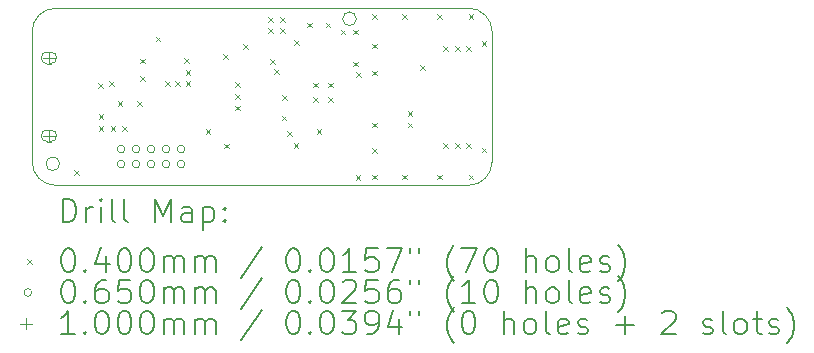
<source format=gbr>
%TF.GenerationSoftware,KiCad,Pcbnew,8.0.4*%
%TF.CreationDate,2025-01-12T18:10:02+03:00*%
%TF.ProjectId,STM32+RF+USB,53544d33-322b-4524-962b-5553422e6b69,rev?*%
%TF.SameCoordinates,Original*%
%TF.FileFunction,Drillmap*%
%TF.FilePolarity,Positive*%
%FSLAX45Y45*%
G04 Gerber Fmt 4.5, Leading zero omitted, Abs format (unit mm)*
G04 Created by KiCad (PCBNEW 8.0.4) date 2025-01-12 18:10:02*
%MOMM*%
%LPD*%
G01*
G04 APERTURE LIST*
%ADD10C,0.050000*%
%ADD11C,0.200000*%
%ADD12C,0.100000*%
G04 APERTURE END LIST*
D10*
X18155000Y-4475000D02*
G75*
G02*
X18355000Y-4675000I0J-200000D01*
G01*
X18355000Y-4935000D02*
X18355000Y-4675000D01*
X14660000Y-5975000D02*
X15175000Y-5975000D01*
X18355000Y-5225000D02*
X18355000Y-4935000D01*
X14460000Y-4735000D02*
X14460000Y-4675000D01*
X14460000Y-4675000D02*
G75*
G02*
X14660000Y-4475000I200000J0D01*
G01*
X17165000Y-5975000D02*
X18155000Y-5975000D01*
X18120000Y-4475000D02*
X18155000Y-4475000D01*
X14692600Y-5792600D02*
G75*
G02*
X14577400Y-5792600I-57600J0D01*
G01*
X14577400Y-5792600D02*
G75*
G02*
X14692600Y-5792600I57600J0D01*
G01*
X17205000Y-4565000D02*
G75*
G02*
X17089800Y-4565000I-57600J0D01*
G01*
X17089800Y-4565000D02*
G75*
G02*
X17205000Y-4565000I57600J0D01*
G01*
X15715000Y-5975000D02*
X16625000Y-5975000D01*
X16625000Y-5975000D02*
X17165000Y-5975000D01*
X15175000Y-5975000D02*
X15715000Y-5975000D01*
X16085000Y-4475000D02*
X16540000Y-4475000D01*
X14660000Y-5975000D02*
G75*
G02*
X14460000Y-5775000I0J200000D01*
G01*
X16540000Y-4475000D02*
X18120000Y-4475000D01*
X18355000Y-5775000D02*
G75*
G02*
X18155000Y-5975000I-200000J0D01*
G01*
X14460000Y-5525000D02*
X14460000Y-4735000D01*
X18355000Y-5225000D02*
X18355000Y-5775000D01*
X16085000Y-4475000D02*
X14660000Y-4475000D01*
X14460000Y-5525000D02*
X14460000Y-5775000D01*
D11*
D12*
X14818000Y-5846000D02*
X14858000Y-5886000D01*
X14858000Y-5846000D02*
X14818000Y-5886000D01*
X15020000Y-5110000D02*
X15060000Y-5150000D01*
X15060000Y-5110000D02*
X15020000Y-5150000D01*
X15022500Y-5375000D02*
X15062500Y-5415000D01*
X15062500Y-5375000D02*
X15022500Y-5415000D01*
X15022500Y-5475000D02*
X15062500Y-5515000D01*
X15062500Y-5475000D02*
X15022500Y-5515000D01*
X15115000Y-5090000D02*
X15155000Y-5130000D01*
X15155000Y-5090000D02*
X15115000Y-5130000D01*
X15125000Y-5475000D02*
X15165000Y-5515000D01*
X15165000Y-5475000D02*
X15125000Y-5515000D01*
X15185000Y-5265000D02*
X15225000Y-5305000D01*
X15225000Y-5265000D02*
X15185000Y-5305000D01*
X15225000Y-5475000D02*
X15265000Y-5515000D01*
X15265000Y-5475000D02*
X15225000Y-5515000D01*
X15350000Y-5265000D02*
X15390000Y-5305000D01*
X15390000Y-5265000D02*
X15350000Y-5305000D01*
X15375000Y-4902500D02*
X15415000Y-4942500D01*
X15415000Y-4902500D02*
X15375000Y-4942500D01*
X15375000Y-5052500D02*
X15415000Y-5092500D01*
X15415000Y-5052500D02*
X15375000Y-5092500D01*
X15505000Y-4715000D02*
X15545000Y-4755000D01*
X15545000Y-4715000D02*
X15505000Y-4755000D01*
X15585000Y-5090000D02*
X15625000Y-5130000D01*
X15625000Y-5090000D02*
X15585000Y-5130000D01*
X15672500Y-5090000D02*
X15712500Y-5130000D01*
X15712500Y-5090000D02*
X15672500Y-5130000D01*
X15750000Y-4897500D02*
X15790000Y-4937500D01*
X15790000Y-4897500D02*
X15750000Y-4937500D01*
X15760000Y-5002500D02*
X15800000Y-5042500D01*
X15800000Y-5002500D02*
X15760000Y-5042500D01*
X15760000Y-5090000D02*
X15800000Y-5130000D01*
X15800000Y-5090000D02*
X15760000Y-5130000D01*
X15930500Y-5501500D02*
X15970500Y-5541500D01*
X15970500Y-5501500D02*
X15930500Y-5541500D01*
X16079000Y-4863000D02*
X16119000Y-4903000D01*
X16119000Y-4863000D02*
X16079000Y-4903000D01*
X16084000Y-5623000D02*
X16124000Y-5663000D01*
X16124000Y-5623000D02*
X16084000Y-5663000D01*
X16179000Y-5100500D02*
X16219000Y-5140500D01*
X16219000Y-5100500D02*
X16179000Y-5140500D01*
X16179000Y-5300500D02*
X16219000Y-5340500D01*
X16219000Y-5300500D02*
X16179000Y-5340500D01*
X16181500Y-5200500D02*
X16221500Y-5240500D01*
X16221500Y-5200500D02*
X16181500Y-5240500D01*
X16245627Y-4781298D02*
X16285627Y-4821298D01*
X16285627Y-4781298D02*
X16245627Y-4821298D01*
X16456500Y-4553000D02*
X16496500Y-4593000D01*
X16496500Y-4553000D02*
X16456500Y-4593000D01*
X16456500Y-4645500D02*
X16496500Y-4685500D01*
X16496500Y-4645500D02*
X16456500Y-4685500D01*
X16476500Y-4905500D02*
X16516500Y-4945500D01*
X16516500Y-4905500D02*
X16476500Y-4945500D01*
X16509000Y-4990500D02*
X16549000Y-5030500D01*
X16549000Y-4990500D02*
X16509000Y-5030500D01*
X16559000Y-4553000D02*
X16599000Y-4593000D01*
X16599000Y-4553000D02*
X16559000Y-4593000D01*
X16559000Y-4645500D02*
X16599000Y-4685500D01*
X16599000Y-4645500D02*
X16559000Y-4685500D01*
X16573000Y-5384000D02*
X16613000Y-5424000D01*
X16613000Y-5384000D02*
X16573000Y-5424000D01*
X16574991Y-5210502D02*
X16614991Y-5250502D01*
X16614991Y-5210502D02*
X16574991Y-5250502D01*
X16622000Y-5517000D02*
X16662000Y-5557000D01*
X16662000Y-5517000D02*
X16622000Y-5557000D01*
X16675000Y-5615000D02*
X16715000Y-5655000D01*
X16715000Y-5615000D02*
X16675000Y-5655000D01*
X16677000Y-4747000D02*
X16717000Y-4787000D01*
X16717000Y-4747000D02*
X16677000Y-4787000D01*
X16790000Y-4597500D02*
X16830000Y-4637500D01*
X16830000Y-4597500D02*
X16790000Y-4637500D01*
X16840000Y-5105000D02*
X16880000Y-5145000D01*
X16880000Y-5105000D02*
X16840000Y-5145000D01*
X16840000Y-5230000D02*
X16880000Y-5270000D01*
X16880000Y-5230000D02*
X16840000Y-5270000D01*
X16870000Y-5500000D02*
X16910000Y-5540000D01*
X16910000Y-5500000D02*
X16870000Y-5540000D01*
X16945000Y-4597500D02*
X16985000Y-4637500D01*
X16985000Y-4597500D02*
X16945000Y-4637500D01*
X16965000Y-5105000D02*
X17005000Y-5145000D01*
X17005000Y-5105000D02*
X16965000Y-5145000D01*
X16965000Y-5230000D02*
X17005000Y-5270000D01*
X17005000Y-5230000D02*
X16965000Y-5270000D01*
X17072500Y-4657500D02*
X17112500Y-4697500D01*
X17112500Y-4657500D02*
X17072500Y-4697500D01*
X17177500Y-4657500D02*
X17217500Y-4697500D01*
X17217500Y-4657500D02*
X17177500Y-4697500D01*
X17180000Y-4927500D02*
X17220000Y-4967500D01*
X17220000Y-4927500D02*
X17180000Y-4967500D01*
X17200000Y-5890000D02*
X17240000Y-5930000D01*
X17240000Y-5890000D02*
X17200000Y-5930000D01*
X17205000Y-5015000D02*
X17245000Y-5055000D01*
X17245000Y-5015000D02*
X17205000Y-5055000D01*
X17340000Y-4525000D02*
X17380000Y-4565000D01*
X17380000Y-4525000D02*
X17340000Y-4565000D01*
X17340000Y-4775000D02*
X17380000Y-4815000D01*
X17380000Y-4775000D02*
X17340000Y-4815000D01*
X17340000Y-5005000D02*
X17380000Y-5045000D01*
X17380000Y-5005000D02*
X17340000Y-5045000D01*
X17340000Y-5445000D02*
X17380000Y-5485000D01*
X17380000Y-5445000D02*
X17340000Y-5485000D01*
X17340000Y-5662500D02*
X17380000Y-5702500D01*
X17380000Y-5662500D02*
X17340000Y-5702500D01*
X17340000Y-5885000D02*
X17380000Y-5925000D01*
X17380000Y-5885000D02*
X17340000Y-5925000D01*
X17590000Y-4525000D02*
X17630000Y-4565000D01*
X17630000Y-4525000D02*
X17590000Y-4565000D01*
X17590000Y-5885000D02*
X17630000Y-5925000D01*
X17630000Y-5885000D02*
X17590000Y-5925000D01*
X17640000Y-5345000D02*
X17680000Y-5385000D01*
X17680000Y-5345000D02*
X17640000Y-5385000D01*
X17640000Y-5445000D02*
X17680000Y-5485000D01*
X17680000Y-5445000D02*
X17640000Y-5485000D01*
X17745000Y-4957500D02*
X17785000Y-4997500D01*
X17785000Y-4957500D02*
X17745000Y-4997500D01*
X17890000Y-4525000D02*
X17930000Y-4565000D01*
X17930000Y-4525000D02*
X17890000Y-4565000D01*
X17890000Y-5885000D02*
X17930000Y-5925000D01*
X17930000Y-5885000D02*
X17890000Y-5925000D01*
X17940000Y-4795000D02*
X17980000Y-4835000D01*
X17980000Y-4795000D02*
X17940000Y-4835000D01*
X17940000Y-5615000D02*
X17980000Y-5655000D01*
X17980000Y-5615000D02*
X17940000Y-5655000D01*
X18040000Y-4795000D02*
X18080000Y-4835000D01*
X18080000Y-4795000D02*
X18040000Y-4835000D01*
X18040000Y-5615000D02*
X18080000Y-5655000D01*
X18080000Y-5615000D02*
X18040000Y-5655000D01*
X18135000Y-4795000D02*
X18175000Y-4835000D01*
X18175000Y-4795000D02*
X18135000Y-4835000D01*
X18135000Y-5615000D02*
X18175000Y-5655000D01*
X18175000Y-5615000D02*
X18135000Y-5655000D01*
X18155000Y-4525000D02*
X18195000Y-4565000D01*
X18195000Y-4525000D02*
X18155000Y-4565000D01*
X18155000Y-5885000D02*
X18195000Y-5925000D01*
X18195000Y-5885000D02*
X18155000Y-5925000D01*
X18265000Y-4755000D02*
X18305000Y-4795000D01*
X18305000Y-4755000D02*
X18265000Y-4795000D01*
X18265000Y-5655000D02*
X18305000Y-5695000D01*
X18305000Y-5655000D02*
X18265000Y-5695000D01*
X15246500Y-5668000D02*
G75*
G02*
X15181500Y-5668000I-32500J0D01*
G01*
X15181500Y-5668000D02*
G75*
G02*
X15246500Y-5668000I32500J0D01*
G01*
X15246500Y-5795000D02*
G75*
G02*
X15181500Y-5795000I-32500J0D01*
G01*
X15181500Y-5795000D02*
G75*
G02*
X15246500Y-5795000I32500J0D01*
G01*
X15373500Y-5668000D02*
G75*
G02*
X15308500Y-5668000I-32500J0D01*
G01*
X15308500Y-5668000D02*
G75*
G02*
X15373500Y-5668000I32500J0D01*
G01*
X15373500Y-5795000D02*
G75*
G02*
X15308500Y-5795000I-32500J0D01*
G01*
X15308500Y-5795000D02*
G75*
G02*
X15373500Y-5795000I32500J0D01*
G01*
X15500500Y-5668000D02*
G75*
G02*
X15435500Y-5668000I-32500J0D01*
G01*
X15435500Y-5668000D02*
G75*
G02*
X15500500Y-5668000I32500J0D01*
G01*
X15500500Y-5795000D02*
G75*
G02*
X15435500Y-5795000I-32500J0D01*
G01*
X15435500Y-5795000D02*
G75*
G02*
X15500500Y-5795000I32500J0D01*
G01*
X15627500Y-5668000D02*
G75*
G02*
X15562500Y-5668000I-32500J0D01*
G01*
X15562500Y-5668000D02*
G75*
G02*
X15627500Y-5668000I32500J0D01*
G01*
X15627500Y-5795000D02*
G75*
G02*
X15562500Y-5795000I-32500J0D01*
G01*
X15562500Y-5795000D02*
G75*
G02*
X15627500Y-5795000I32500J0D01*
G01*
X15754500Y-5668000D02*
G75*
G02*
X15689500Y-5668000I-32500J0D01*
G01*
X15689500Y-5668000D02*
G75*
G02*
X15754500Y-5668000I32500J0D01*
G01*
X15754500Y-5795000D02*
G75*
G02*
X15689500Y-5795000I-32500J0D01*
G01*
X15689500Y-5795000D02*
G75*
G02*
X15754500Y-5795000I32500J0D01*
G01*
X14602500Y-4845000D02*
X14602500Y-4945000D01*
X14552500Y-4895000D02*
X14652500Y-4895000D01*
X14587500Y-4945000D02*
X14617500Y-4945000D01*
X14617500Y-4845000D02*
G75*
G02*
X14617500Y-4945000I0J-50000D01*
G01*
X14617500Y-4845000D02*
X14587500Y-4845000D01*
X14587500Y-4845000D02*
G75*
G03*
X14587500Y-4945000I0J-50000D01*
G01*
X14602500Y-5505000D02*
X14602500Y-5605000D01*
X14552500Y-5555000D02*
X14652500Y-5555000D01*
X14587500Y-5605000D02*
X14617500Y-5605000D01*
X14617500Y-5505000D02*
G75*
G02*
X14617500Y-5605000I0J-50000D01*
G01*
X14617500Y-5505000D02*
X14587500Y-5505000D01*
X14587500Y-5505000D02*
G75*
G03*
X14587500Y-5605000I0J-50000D01*
G01*
D11*
X14718277Y-6288984D02*
X14718277Y-6088984D01*
X14718277Y-6088984D02*
X14765896Y-6088984D01*
X14765896Y-6088984D02*
X14794467Y-6098508D01*
X14794467Y-6098508D02*
X14813515Y-6117555D01*
X14813515Y-6117555D02*
X14823039Y-6136603D01*
X14823039Y-6136603D02*
X14832562Y-6174698D01*
X14832562Y-6174698D02*
X14832562Y-6203269D01*
X14832562Y-6203269D02*
X14823039Y-6241365D01*
X14823039Y-6241365D02*
X14813515Y-6260412D01*
X14813515Y-6260412D02*
X14794467Y-6279460D01*
X14794467Y-6279460D02*
X14765896Y-6288984D01*
X14765896Y-6288984D02*
X14718277Y-6288984D01*
X14918277Y-6288984D02*
X14918277Y-6155650D01*
X14918277Y-6193746D02*
X14927801Y-6174698D01*
X14927801Y-6174698D02*
X14937324Y-6165174D01*
X14937324Y-6165174D02*
X14956372Y-6155650D01*
X14956372Y-6155650D02*
X14975420Y-6155650D01*
X15042086Y-6288984D02*
X15042086Y-6155650D01*
X15042086Y-6088984D02*
X15032562Y-6098508D01*
X15032562Y-6098508D02*
X15042086Y-6108031D01*
X15042086Y-6108031D02*
X15051610Y-6098508D01*
X15051610Y-6098508D02*
X15042086Y-6088984D01*
X15042086Y-6088984D02*
X15042086Y-6108031D01*
X15165896Y-6288984D02*
X15146848Y-6279460D01*
X15146848Y-6279460D02*
X15137324Y-6260412D01*
X15137324Y-6260412D02*
X15137324Y-6088984D01*
X15270658Y-6288984D02*
X15251610Y-6279460D01*
X15251610Y-6279460D02*
X15242086Y-6260412D01*
X15242086Y-6260412D02*
X15242086Y-6088984D01*
X15499229Y-6288984D02*
X15499229Y-6088984D01*
X15499229Y-6088984D02*
X15565896Y-6231841D01*
X15565896Y-6231841D02*
X15632562Y-6088984D01*
X15632562Y-6088984D02*
X15632562Y-6288984D01*
X15813515Y-6288984D02*
X15813515Y-6184222D01*
X15813515Y-6184222D02*
X15803991Y-6165174D01*
X15803991Y-6165174D02*
X15784943Y-6155650D01*
X15784943Y-6155650D02*
X15746848Y-6155650D01*
X15746848Y-6155650D02*
X15727801Y-6165174D01*
X15813515Y-6279460D02*
X15794467Y-6288984D01*
X15794467Y-6288984D02*
X15746848Y-6288984D01*
X15746848Y-6288984D02*
X15727801Y-6279460D01*
X15727801Y-6279460D02*
X15718277Y-6260412D01*
X15718277Y-6260412D02*
X15718277Y-6241365D01*
X15718277Y-6241365D02*
X15727801Y-6222317D01*
X15727801Y-6222317D02*
X15746848Y-6212793D01*
X15746848Y-6212793D02*
X15794467Y-6212793D01*
X15794467Y-6212793D02*
X15813515Y-6203269D01*
X15908753Y-6155650D02*
X15908753Y-6355650D01*
X15908753Y-6165174D02*
X15927801Y-6155650D01*
X15927801Y-6155650D02*
X15965896Y-6155650D01*
X15965896Y-6155650D02*
X15984943Y-6165174D01*
X15984943Y-6165174D02*
X15994467Y-6174698D01*
X15994467Y-6174698D02*
X16003991Y-6193746D01*
X16003991Y-6193746D02*
X16003991Y-6250888D01*
X16003991Y-6250888D02*
X15994467Y-6269936D01*
X15994467Y-6269936D02*
X15984943Y-6279460D01*
X15984943Y-6279460D02*
X15965896Y-6288984D01*
X15965896Y-6288984D02*
X15927801Y-6288984D01*
X15927801Y-6288984D02*
X15908753Y-6279460D01*
X16089705Y-6269936D02*
X16099229Y-6279460D01*
X16099229Y-6279460D02*
X16089705Y-6288984D01*
X16089705Y-6288984D02*
X16080182Y-6279460D01*
X16080182Y-6279460D02*
X16089705Y-6269936D01*
X16089705Y-6269936D02*
X16089705Y-6288984D01*
X16089705Y-6165174D02*
X16099229Y-6174698D01*
X16099229Y-6174698D02*
X16089705Y-6184222D01*
X16089705Y-6184222D02*
X16080182Y-6174698D01*
X16080182Y-6174698D02*
X16089705Y-6165174D01*
X16089705Y-6165174D02*
X16089705Y-6184222D01*
D12*
X14417500Y-6597500D02*
X14457500Y-6637500D01*
X14457500Y-6597500D02*
X14417500Y-6637500D01*
D11*
X14756372Y-6508984D02*
X14775420Y-6508984D01*
X14775420Y-6508984D02*
X14794467Y-6518508D01*
X14794467Y-6518508D02*
X14803991Y-6528031D01*
X14803991Y-6528031D02*
X14813515Y-6547079D01*
X14813515Y-6547079D02*
X14823039Y-6585174D01*
X14823039Y-6585174D02*
X14823039Y-6632793D01*
X14823039Y-6632793D02*
X14813515Y-6670888D01*
X14813515Y-6670888D02*
X14803991Y-6689936D01*
X14803991Y-6689936D02*
X14794467Y-6699460D01*
X14794467Y-6699460D02*
X14775420Y-6708984D01*
X14775420Y-6708984D02*
X14756372Y-6708984D01*
X14756372Y-6708984D02*
X14737324Y-6699460D01*
X14737324Y-6699460D02*
X14727801Y-6689936D01*
X14727801Y-6689936D02*
X14718277Y-6670888D01*
X14718277Y-6670888D02*
X14708753Y-6632793D01*
X14708753Y-6632793D02*
X14708753Y-6585174D01*
X14708753Y-6585174D02*
X14718277Y-6547079D01*
X14718277Y-6547079D02*
X14727801Y-6528031D01*
X14727801Y-6528031D02*
X14737324Y-6518508D01*
X14737324Y-6518508D02*
X14756372Y-6508984D01*
X14908753Y-6689936D02*
X14918277Y-6699460D01*
X14918277Y-6699460D02*
X14908753Y-6708984D01*
X14908753Y-6708984D02*
X14899229Y-6699460D01*
X14899229Y-6699460D02*
X14908753Y-6689936D01*
X14908753Y-6689936D02*
X14908753Y-6708984D01*
X15089705Y-6575650D02*
X15089705Y-6708984D01*
X15042086Y-6499460D02*
X14994467Y-6642317D01*
X14994467Y-6642317D02*
X15118277Y-6642317D01*
X15232562Y-6508984D02*
X15251610Y-6508984D01*
X15251610Y-6508984D02*
X15270658Y-6518508D01*
X15270658Y-6518508D02*
X15280182Y-6528031D01*
X15280182Y-6528031D02*
X15289705Y-6547079D01*
X15289705Y-6547079D02*
X15299229Y-6585174D01*
X15299229Y-6585174D02*
X15299229Y-6632793D01*
X15299229Y-6632793D02*
X15289705Y-6670888D01*
X15289705Y-6670888D02*
X15280182Y-6689936D01*
X15280182Y-6689936D02*
X15270658Y-6699460D01*
X15270658Y-6699460D02*
X15251610Y-6708984D01*
X15251610Y-6708984D02*
X15232562Y-6708984D01*
X15232562Y-6708984D02*
X15213515Y-6699460D01*
X15213515Y-6699460D02*
X15203991Y-6689936D01*
X15203991Y-6689936D02*
X15194467Y-6670888D01*
X15194467Y-6670888D02*
X15184943Y-6632793D01*
X15184943Y-6632793D02*
X15184943Y-6585174D01*
X15184943Y-6585174D02*
X15194467Y-6547079D01*
X15194467Y-6547079D02*
X15203991Y-6528031D01*
X15203991Y-6528031D02*
X15213515Y-6518508D01*
X15213515Y-6518508D02*
X15232562Y-6508984D01*
X15423039Y-6508984D02*
X15442086Y-6508984D01*
X15442086Y-6508984D02*
X15461134Y-6518508D01*
X15461134Y-6518508D02*
X15470658Y-6528031D01*
X15470658Y-6528031D02*
X15480182Y-6547079D01*
X15480182Y-6547079D02*
X15489705Y-6585174D01*
X15489705Y-6585174D02*
X15489705Y-6632793D01*
X15489705Y-6632793D02*
X15480182Y-6670888D01*
X15480182Y-6670888D02*
X15470658Y-6689936D01*
X15470658Y-6689936D02*
X15461134Y-6699460D01*
X15461134Y-6699460D02*
X15442086Y-6708984D01*
X15442086Y-6708984D02*
X15423039Y-6708984D01*
X15423039Y-6708984D02*
X15403991Y-6699460D01*
X15403991Y-6699460D02*
X15394467Y-6689936D01*
X15394467Y-6689936D02*
X15384943Y-6670888D01*
X15384943Y-6670888D02*
X15375420Y-6632793D01*
X15375420Y-6632793D02*
X15375420Y-6585174D01*
X15375420Y-6585174D02*
X15384943Y-6547079D01*
X15384943Y-6547079D02*
X15394467Y-6528031D01*
X15394467Y-6528031D02*
X15403991Y-6518508D01*
X15403991Y-6518508D02*
X15423039Y-6508984D01*
X15575420Y-6708984D02*
X15575420Y-6575650D01*
X15575420Y-6594698D02*
X15584943Y-6585174D01*
X15584943Y-6585174D02*
X15603991Y-6575650D01*
X15603991Y-6575650D02*
X15632563Y-6575650D01*
X15632563Y-6575650D02*
X15651610Y-6585174D01*
X15651610Y-6585174D02*
X15661134Y-6604222D01*
X15661134Y-6604222D02*
X15661134Y-6708984D01*
X15661134Y-6604222D02*
X15670658Y-6585174D01*
X15670658Y-6585174D02*
X15689705Y-6575650D01*
X15689705Y-6575650D02*
X15718277Y-6575650D01*
X15718277Y-6575650D02*
X15737324Y-6585174D01*
X15737324Y-6585174D02*
X15746848Y-6604222D01*
X15746848Y-6604222D02*
X15746848Y-6708984D01*
X15842086Y-6708984D02*
X15842086Y-6575650D01*
X15842086Y-6594698D02*
X15851610Y-6585174D01*
X15851610Y-6585174D02*
X15870658Y-6575650D01*
X15870658Y-6575650D02*
X15899229Y-6575650D01*
X15899229Y-6575650D02*
X15918277Y-6585174D01*
X15918277Y-6585174D02*
X15927801Y-6604222D01*
X15927801Y-6604222D02*
X15927801Y-6708984D01*
X15927801Y-6604222D02*
X15937324Y-6585174D01*
X15937324Y-6585174D02*
X15956372Y-6575650D01*
X15956372Y-6575650D02*
X15984943Y-6575650D01*
X15984943Y-6575650D02*
X16003991Y-6585174D01*
X16003991Y-6585174D02*
X16013515Y-6604222D01*
X16013515Y-6604222D02*
X16013515Y-6708984D01*
X16403991Y-6499460D02*
X16232563Y-6756603D01*
X16661134Y-6508984D02*
X16680182Y-6508984D01*
X16680182Y-6508984D02*
X16699229Y-6518508D01*
X16699229Y-6518508D02*
X16708753Y-6528031D01*
X16708753Y-6528031D02*
X16718277Y-6547079D01*
X16718277Y-6547079D02*
X16727801Y-6585174D01*
X16727801Y-6585174D02*
X16727801Y-6632793D01*
X16727801Y-6632793D02*
X16718277Y-6670888D01*
X16718277Y-6670888D02*
X16708753Y-6689936D01*
X16708753Y-6689936D02*
X16699229Y-6699460D01*
X16699229Y-6699460D02*
X16680182Y-6708984D01*
X16680182Y-6708984D02*
X16661134Y-6708984D01*
X16661134Y-6708984D02*
X16642086Y-6699460D01*
X16642086Y-6699460D02*
X16632563Y-6689936D01*
X16632563Y-6689936D02*
X16623039Y-6670888D01*
X16623039Y-6670888D02*
X16613515Y-6632793D01*
X16613515Y-6632793D02*
X16613515Y-6585174D01*
X16613515Y-6585174D02*
X16623039Y-6547079D01*
X16623039Y-6547079D02*
X16632563Y-6528031D01*
X16632563Y-6528031D02*
X16642086Y-6518508D01*
X16642086Y-6518508D02*
X16661134Y-6508984D01*
X16813515Y-6689936D02*
X16823039Y-6699460D01*
X16823039Y-6699460D02*
X16813515Y-6708984D01*
X16813515Y-6708984D02*
X16803991Y-6699460D01*
X16803991Y-6699460D02*
X16813515Y-6689936D01*
X16813515Y-6689936D02*
X16813515Y-6708984D01*
X16946848Y-6508984D02*
X16965896Y-6508984D01*
X16965896Y-6508984D02*
X16984944Y-6518508D01*
X16984944Y-6518508D02*
X16994468Y-6528031D01*
X16994468Y-6528031D02*
X17003991Y-6547079D01*
X17003991Y-6547079D02*
X17013515Y-6585174D01*
X17013515Y-6585174D02*
X17013515Y-6632793D01*
X17013515Y-6632793D02*
X17003991Y-6670888D01*
X17003991Y-6670888D02*
X16994468Y-6689936D01*
X16994468Y-6689936D02*
X16984944Y-6699460D01*
X16984944Y-6699460D02*
X16965896Y-6708984D01*
X16965896Y-6708984D02*
X16946848Y-6708984D01*
X16946848Y-6708984D02*
X16927801Y-6699460D01*
X16927801Y-6699460D02*
X16918277Y-6689936D01*
X16918277Y-6689936D02*
X16908753Y-6670888D01*
X16908753Y-6670888D02*
X16899229Y-6632793D01*
X16899229Y-6632793D02*
X16899229Y-6585174D01*
X16899229Y-6585174D02*
X16908753Y-6547079D01*
X16908753Y-6547079D02*
X16918277Y-6528031D01*
X16918277Y-6528031D02*
X16927801Y-6518508D01*
X16927801Y-6518508D02*
X16946848Y-6508984D01*
X17203991Y-6708984D02*
X17089706Y-6708984D01*
X17146848Y-6708984D02*
X17146848Y-6508984D01*
X17146848Y-6508984D02*
X17127801Y-6537555D01*
X17127801Y-6537555D02*
X17108753Y-6556603D01*
X17108753Y-6556603D02*
X17089706Y-6566127D01*
X17384944Y-6508984D02*
X17289706Y-6508984D01*
X17289706Y-6508984D02*
X17280182Y-6604222D01*
X17280182Y-6604222D02*
X17289706Y-6594698D01*
X17289706Y-6594698D02*
X17308753Y-6585174D01*
X17308753Y-6585174D02*
X17356372Y-6585174D01*
X17356372Y-6585174D02*
X17375420Y-6594698D01*
X17375420Y-6594698D02*
X17384944Y-6604222D01*
X17384944Y-6604222D02*
X17394468Y-6623269D01*
X17394468Y-6623269D02*
X17394468Y-6670888D01*
X17394468Y-6670888D02*
X17384944Y-6689936D01*
X17384944Y-6689936D02*
X17375420Y-6699460D01*
X17375420Y-6699460D02*
X17356372Y-6708984D01*
X17356372Y-6708984D02*
X17308753Y-6708984D01*
X17308753Y-6708984D02*
X17289706Y-6699460D01*
X17289706Y-6699460D02*
X17280182Y-6689936D01*
X17461134Y-6508984D02*
X17594468Y-6508984D01*
X17594468Y-6508984D02*
X17508753Y-6708984D01*
X17661134Y-6508984D02*
X17661134Y-6547079D01*
X17737325Y-6508984D02*
X17737325Y-6547079D01*
X18032563Y-6785174D02*
X18023039Y-6775650D01*
X18023039Y-6775650D02*
X18003991Y-6747079D01*
X18003991Y-6747079D02*
X17994468Y-6728031D01*
X17994468Y-6728031D02*
X17984944Y-6699460D01*
X17984944Y-6699460D02*
X17975420Y-6651841D01*
X17975420Y-6651841D02*
X17975420Y-6613746D01*
X17975420Y-6613746D02*
X17984944Y-6566127D01*
X17984944Y-6566127D02*
X17994468Y-6537555D01*
X17994468Y-6537555D02*
X18003991Y-6518508D01*
X18003991Y-6518508D02*
X18023039Y-6489936D01*
X18023039Y-6489936D02*
X18032563Y-6480412D01*
X18089706Y-6508984D02*
X18223039Y-6508984D01*
X18223039Y-6508984D02*
X18137325Y-6708984D01*
X18337325Y-6508984D02*
X18356372Y-6508984D01*
X18356372Y-6508984D02*
X18375420Y-6518508D01*
X18375420Y-6518508D02*
X18384944Y-6528031D01*
X18384944Y-6528031D02*
X18394468Y-6547079D01*
X18394468Y-6547079D02*
X18403991Y-6585174D01*
X18403991Y-6585174D02*
X18403991Y-6632793D01*
X18403991Y-6632793D02*
X18394468Y-6670888D01*
X18394468Y-6670888D02*
X18384944Y-6689936D01*
X18384944Y-6689936D02*
X18375420Y-6699460D01*
X18375420Y-6699460D02*
X18356372Y-6708984D01*
X18356372Y-6708984D02*
X18337325Y-6708984D01*
X18337325Y-6708984D02*
X18318277Y-6699460D01*
X18318277Y-6699460D02*
X18308753Y-6689936D01*
X18308753Y-6689936D02*
X18299230Y-6670888D01*
X18299230Y-6670888D02*
X18289706Y-6632793D01*
X18289706Y-6632793D02*
X18289706Y-6585174D01*
X18289706Y-6585174D02*
X18299230Y-6547079D01*
X18299230Y-6547079D02*
X18308753Y-6528031D01*
X18308753Y-6528031D02*
X18318277Y-6518508D01*
X18318277Y-6518508D02*
X18337325Y-6508984D01*
X18642087Y-6708984D02*
X18642087Y-6508984D01*
X18727801Y-6708984D02*
X18727801Y-6604222D01*
X18727801Y-6604222D02*
X18718277Y-6585174D01*
X18718277Y-6585174D02*
X18699230Y-6575650D01*
X18699230Y-6575650D02*
X18670658Y-6575650D01*
X18670658Y-6575650D02*
X18651611Y-6585174D01*
X18651611Y-6585174D02*
X18642087Y-6594698D01*
X18851611Y-6708984D02*
X18832563Y-6699460D01*
X18832563Y-6699460D02*
X18823039Y-6689936D01*
X18823039Y-6689936D02*
X18813515Y-6670888D01*
X18813515Y-6670888D02*
X18813515Y-6613746D01*
X18813515Y-6613746D02*
X18823039Y-6594698D01*
X18823039Y-6594698D02*
X18832563Y-6585174D01*
X18832563Y-6585174D02*
X18851611Y-6575650D01*
X18851611Y-6575650D02*
X18880182Y-6575650D01*
X18880182Y-6575650D02*
X18899230Y-6585174D01*
X18899230Y-6585174D02*
X18908753Y-6594698D01*
X18908753Y-6594698D02*
X18918277Y-6613746D01*
X18918277Y-6613746D02*
X18918277Y-6670888D01*
X18918277Y-6670888D02*
X18908753Y-6689936D01*
X18908753Y-6689936D02*
X18899230Y-6699460D01*
X18899230Y-6699460D02*
X18880182Y-6708984D01*
X18880182Y-6708984D02*
X18851611Y-6708984D01*
X19032563Y-6708984D02*
X19013515Y-6699460D01*
X19013515Y-6699460D02*
X19003992Y-6680412D01*
X19003992Y-6680412D02*
X19003992Y-6508984D01*
X19184944Y-6699460D02*
X19165896Y-6708984D01*
X19165896Y-6708984D02*
X19127801Y-6708984D01*
X19127801Y-6708984D02*
X19108753Y-6699460D01*
X19108753Y-6699460D02*
X19099230Y-6680412D01*
X19099230Y-6680412D02*
X19099230Y-6604222D01*
X19099230Y-6604222D02*
X19108753Y-6585174D01*
X19108753Y-6585174D02*
X19127801Y-6575650D01*
X19127801Y-6575650D02*
X19165896Y-6575650D01*
X19165896Y-6575650D02*
X19184944Y-6585174D01*
X19184944Y-6585174D02*
X19194468Y-6604222D01*
X19194468Y-6604222D02*
X19194468Y-6623269D01*
X19194468Y-6623269D02*
X19099230Y-6642317D01*
X19270658Y-6699460D02*
X19289706Y-6708984D01*
X19289706Y-6708984D02*
X19327801Y-6708984D01*
X19327801Y-6708984D02*
X19346849Y-6699460D01*
X19346849Y-6699460D02*
X19356373Y-6680412D01*
X19356373Y-6680412D02*
X19356373Y-6670888D01*
X19356373Y-6670888D02*
X19346849Y-6651841D01*
X19346849Y-6651841D02*
X19327801Y-6642317D01*
X19327801Y-6642317D02*
X19299230Y-6642317D01*
X19299230Y-6642317D02*
X19280182Y-6632793D01*
X19280182Y-6632793D02*
X19270658Y-6613746D01*
X19270658Y-6613746D02*
X19270658Y-6604222D01*
X19270658Y-6604222D02*
X19280182Y-6585174D01*
X19280182Y-6585174D02*
X19299230Y-6575650D01*
X19299230Y-6575650D02*
X19327801Y-6575650D01*
X19327801Y-6575650D02*
X19346849Y-6585174D01*
X19423039Y-6785174D02*
X19432563Y-6775650D01*
X19432563Y-6775650D02*
X19451611Y-6747079D01*
X19451611Y-6747079D02*
X19461134Y-6728031D01*
X19461134Y-6728031D02*
X19470658Y-6699460D01*
X19470658Y-6699460D02*
X19480182Y-6651841D01*
X19480182Y-6651841D02*
X19480182Y-6613746D01*
X19480182Y-6613746D02*
X19470658Y-6566127D01*
X19470658Y-6566127D02*
X19461134Y-6537555D01*
X19461134Y-6537555D02*
X19451611Y-6518508D01*
X19451611Y-6518508D02*
X19432563Y-6489936D01*
X19432563Y-6489936D02*
X19423039Y-6480412D01*
D12*
X14457500Y-6881500D02*
G75*
G02*
X14392500Y-6881500I-32500J0D01*
G01*
X14392500Y-6881500D02*
G75*
G02*
X14457500Y-6881500I32500J0D01*
G01*
D11*
X14756372Y-6772984D02*
X14775420Y-6772984D01*
X14775420Y-6772984D02*
X14794467Y-6782508D01*
X14794467Y-6782508D02*
X14803991Y-6792031D01*
X14803991Y-6792031D02*
X14813515Y-6811079D01*
X14813515Y-6811079D02*
X14823039Y-6849174D01*
X14823039Y-6849174D02*
X14823039Y-6896793D01*
X14823039Y-6896793D02*
X14813515Y-6934888D01*
X14813515Y-6934888D02*
X14803991Y-6953936D01*
X14803991Y-6953936D02*
X14794467Y-6963460D01*
X14794467Y-6963460D02*
X14775420Y-6972984D01*
X14775420Y-6972984D02*
X14756372Y-6972984D01*
X14756372Y-6972984D02*
X14737324Y-6963460D01*
X14737324Y-6963460D02*
X14727801Y-6953936D01*
X14727801Y-6953936D02*
X14718277Y-6934888D01*
X14718277Y-6934888D02*
X14708753Y-6896793D01*
X14708753Y-6896793D02*
X14708753Y-6849174D01*
X14708753Y-6849174D02*
X14718277Y-6811079D01*
X14718277Y-6811079D02*
X14727801Y-6792031D01*
X14727801Y-6792031D02*
X14737324Y-6782508D01*
X14737324Y-6782508D02*
X14756372Y-6772984D01*
X14908753Y-6953936D02*
X14918277Y-6963460D01*
X14918277Y-6963460D02*
X14908753Y-6972984D01*
X14908753Y-6972984D02*
X14899229Y-6963460D01*
X14899229Y-6963460D02*
X14908753Y-6953936D01*
X14908753Y-6953936D02*
X14908753Y-6972984D01*
X15089705Y-6772984D02*
X15051610Y-6772984D01*
X15051610Y-6772984D02*
X15032562Y-6782508D01*
X15032562Y-6782508D02*
X15023039Y-6792031D01*
X15023039Y-6792031D02*
X15003991Y-6820603D01*
X15003991Y-6820603D02*
X14994467Y-6858698D01*
X14994467Y-6858698D02*
X14994467Y-6934888D01*
X14994467Y-6934888D02*
X15003991Y-6953936D01*
X15003991Y-6953936D02*
X15013515Y-6963460D01*
X15013515Y-6963460D02*
X15032562Y-6972984D01*
X15032562Y-6972984D02*
X15070658Y-6972984D01*
X15070658Y-6972984D02*
X15089705Y-6963460D01*
X15089705Y-6963460D02*
X15099229Y-6953936D01*
X15099229Y-6953936D02*
X15108753Y-6934888D01*
X15108753Y-6934888D02*
X15108753Y-6887269D01*
X15108753Y-6887269D02*
X15099229Y-6868222D01*
X15099229Y-6868222D02*
X15089705Y-6858698D01*
X15089705Y-6858698D02*
X15070658Y-6849174D01*
X15070658Y-6849174D02*
X15032562Y-6849174D01*
X15032562Y-6849174D02*
X15013515Y-6858698D01*
X15013515Y-6858698D02*
X15003991Y-6868222D01*
X15003991Y-6868222D02*
X14994467Y-6887269D01*
X15289705Y-6772984D02*
X15194467Y-6772984D01*
X15194467Y-6772984D02*
X15184943Y-6868222D01*
X15184943Y-6868222D02*
X15194467Y-6858698D01*
X15194467Y-6858698D02*
X15213515Y-6849174D01*
X15213515Y-6849174D02*
X15261134Y-6849174D01*
X15261134Y-6849174D02*
X15280182Y-6858698D01*
X15280182Y-6858698D02*
X15289705Y-6868222D01*
X15289705Y-6868222D02*
X15299229Y-6887269D01*
X15299229Y-6887269D02*
X15299229Y-6934888D01*
X15299229Y-6934888D02*
X15289705Y-6953936D01*
X15289705Y-6953936D02*
X15280182Y-6963460D01*
X15280182Y-6963460D02*
X15261134Y-6972984D01*
X15261134Y-6972984D02*
X15213515Y-6972984D01*
X15213515Y-6972984D02*
X15194467Y-6963460D01*
X15194467Y-6963460D02*
X15184943Y-6953936D01*
X15423039Y-6772984D02*
X15442086Y-6772984D01*
X15442086Y-6772984D02*
X15461134Y-6782508D01*
X15461134Y-6782508D02*
X15470658Y-6792031D01*
X15470658Y-6792031D02*
X15480182Y-6811079D01*
X15480182Y-6811079D02*
X15489705Y-6849174D01*
X15489705Y-6849174D02*
X15489705Y-6896793D01*
X15489705Y-6896793D02*
X15480182Y-6934888D01*
X15480182Y-6934888D02*
X15470658Y-6953936D01*
X15470658Y-6953936D02*
X15461134Y-6963460D01*
X15461134Y-6963460D02*
X15442086Y-6972984D01*
X15442086Y-6972984D02*
X15423039Y-6972984D01*
X15423039Y-6972984D02*
X15403991Y-6963460D01*
X15403991Y-6963460D02*
X15394467Y-6953936D01*
X15394467Y-6953936D02*
X15384943Y-6934888D01*
X15384943Y-6934888D02*
X15375420Y-6896793D01*
X15375420Y-6896793D02*
X15375420Y-6849174D01*
X15375420Y-6849174D02*
X15384943Y-6811079D01*
X15384943Y-6811079D02*
X15394467Y-6792031D01*
X15394467Y-6792031D02*
X15403991Y-6782508D01*
X15403991Y-6782508D02*
X15423039Y-6772984D01*
X15575420Y-6972984D02*
X15575420Y-6839650D01*
X15575420Y-6858698D02*
X15584943Y-6849174D01*
X15584943Y-6849174D02*
X15603991Y-6839650D01*
X15603991Y-6839650D02*
X15632563Y-6839650D01*
X15632563Y-6839650D02*
X15651610Y-6849174D01*
X15651610Y-6849174D02*
X15661134Y-6868222D01*
X15661134Y-6868222D02*
X15661134Y-6972984D01*
X15661134Y-6868222D02*
X15670658Y-6849174D01*
X15670658Y-6849174D02*
X15689705Y-6839650D01*
X15689705Y-6839650D02*
X15718277Y-6839650D01*
X15718277Y-6839650D02*
X15737324Y-6849174D01*
X15737324Y-6849174D02*
X15746848Y-6868222D01*
X15746848Y-6868222D02*
X15746848Y-6972984D01*
X15842086Y-6972984D02*
X15842086Y-6839650D01*
X15842086Y-6858698D02*
X15851610Y-6849174D01*
X15851610Y-6849174D02*
X15870658Y-6839650D01*
X15870658Y-6839650D02*
X15899229Y-6839650D01*
X15899229Y-6839650D02*
X15918277Y-6849174D01*
X15918277Y-6849174D02*
X15927801Y-6868222D01*
X15927801Y-6868222D02*
X15927801Y-6972984D01*
X15927801Y-6868222D02*
X15937324Y-6849174D01*
X15937324Y-6849174D02*
X15956372Y-6839650D01*
X15956372Y-6839650D02*
X15984943Y-6839650D01*
X15984943Y-6839650D02*
X16003991Y-6849174D01*
X16003991Y-6849174D02*
X16013515Y-6868222D01*
X16013515Y-6868222D02*
X16013515Y-6972984D01*
X16403991Y-6763460D02*
X16232563Y-7020603D01*
X16661134Y-6772984D02*
X16680182Y-6772984D01*
X16680182Y-6772984D02*
X16699229Y-6782508D01*
X16699229Y-6782508D02*
X16708753Y-6792031D01*
X16708753Y-6792031D02*
X16718277Y-6811079D01*
X16718277Y-6811079D02*
X16727801Y-6849174D01*
X16727801Y-6849174D02*
X16727801Y-6896793D01*
X16727801Y-6896793D02*
X16718277Y-6934888D01*
X16718277Y-6934888D02*
X16708753Y-6953936D01*
X16708753Y-6953936D02*
X16699229Y-6963460D01*
X16699229Y-6963460D02*
X16680182Y-6972984D01*
X16680182Y-6972984D02*
X16661134Y-6972984D01*
X16661134Y-6972984D02*
X16642086Y-6963460D01*
X16642086Y-6963460D02*
X16632563Y-6953936D01*
X16632563Y-6953936D02*
X16623039Y-6934888D01*
X16623039Y-6934888D02*
X16613515Y-6896793D01*
X16613515Y-6896793D02*
X16613515Y-6849174D01*
X16613515Y-6849174D02*
X16623039Y-6811079D01*
X16623039Y-6811079D02*
X16632563Y-6792031D01*
X16632563Y-6792031D02*
X16642086Y-6782508D01*
X16642086Y-6782508D02*
X16661134Y-6772984D01*
X16813515Y-6953936D02*
X16823039Y-6963460D01*
X16823039Y-6963460D02*
X16813515Y-6972984D01*
X16813515Y-6972984D02*
X16803991Y-6963460D01*
X16803991Y-6963460D02*
X16813515Y-6953936D01*
X16813515Y-6953936D02*
X16813515Y-6972984D01*
X16946848Y-6772984D02*
X16965896Y-6772984D01*
X16965896Y-6772984D02*
X16984944Y-6782508D01*
X16984944Y-6782508D02*
X16994468Y-6792031D01*
X16994468Y-6792031D02*
X17003991Y-6811079D01*
X17003991Y-6811079D02*
X17013515Y-6849174D01*
X17013515Y-6849174D02*
X17013515Y-6896793D01*
X17013515Y-6896793D02*
X17003991Y-6934888D01*
X17003991Y-6934888D02*
X16994468Y-6953936D01*
X16994468Y-6953936D02*
X16984944Y-6963460D01*
X16984944Y-6963460D02*
X16965896Y-6972984D01*
X16965896Y-6972984D02*
X16946848Y-6972984D01*
X16946848Y-6972984D02*
X16927801Y-6963460D01*
X16927801Y-6963460D02*
X16918277Y-6953936D01*
X16918277Y-6953936D02*
X16908753Y-6934888D01*
X16908753Y-6934888D02*
X16899229Y-6896793D01*
X16899229Y-6896793D02*
X16899229Y-6849174D01*
X16899229Y-6849174D02*
X16908753Y-6811079D01*
X16908753Y-6811079D02*
X16918277Y-6792031D01*
X16918277Y-6792031D02*
X16927801Y-6782508D01*
X16927801Y-6782508D02*
X16946848Y-6772984D01*
X17089706Y-6792031D02*
X17099229Y-6782508D01*
X17099229Y-6782508D02*
X17118277Y-6772984D01*
X17118277Y-6772984D02*
X17165896Y-6772984D01*
X17165896Y-6772984D02*
X17184944Y-6782508D01*
X17184944Y-6782508D02*
X17194468Y-6792031D01*
X17194468Y-6792031D02*
X17203991Y-6811079D01*
X17203991Y-6811079D02*
X17203991Y-6830127D01*
X17203991Y-6830127D02*
X17194468Y-6858698D01*
X17194468Y-6858698D02*
X17080182Y-6972984D01*
X17080182Y-6972984D02*
X17203991Y-6972984D01*
X17384944Y-6772984D02*
X17289706Y-6772984D01*
X17289706Y-6772984D02*
X17280182Y-6868222D01*
X17280182Y-6868222D02*
X17289706Y-6858698D01*
X17289706Y-6858698D02*
X17308753Y-6849174D01*
X17308753Y-6849174D02*
X17356372Y-6849174D01*
X17356372Y-6849174D02*
X17375420Y-6858698D01*
X17375420Y-6858698D02*
X17384944Y-6868222D01*
X17384944Y-6868222D02*
X17394468Y-6887269D01*
X17394468Y-6887269D02*
X17394468Y-6934888D01*
X17394468Y-6934888D02*
X17384944Y-6953936D01*
X17384944Y-6953936D02*
X17375420Y-6963460D01*
X17375420Y-6963460D02*
X17356372Y-6972984D01*
X17356372Y-6972984D02*
X17308753Y-6972984D01*
X17308753Y-6972984D02*
X17289706Y-6963460D01*
X17289706Y-6963460D02*
X17280182Y-6953936D01*
X17565896Y-6772984D02*
X17527801Y-6772984D01*
X17527801Y-6772984D02*
X17508753Y-6782508D01*
X17508753Y-6782508D02*
X17499229Y-6792031D01*
X17499229Y-6792031D02*
X17480182Y-6820603D01*
X17480182Y-6820603D02*
X17470658Y-6858698D01*
X17470658Y-6858698D02*
X17470658Y-6934888D01*
X17470658Y-6934888D02*
X17480182Y-6953936D01*
X17480182Y-6953936D02*
X17489706Y-6963460D01*
X17489706Y-6963460D02*
X17508753Y-6972984D01*
X17508753Y-6972984D02*
X17546849Y-6972984D01*
X17546849Y-6972984D02*
X17565896Y-6963460D01*
X17565896Y-6963460D02*
X17575420Y-6953936D01*
X17575420Y-6953936D02*
X17584944Y-6934888D01*
X17584944Y-6934888D02*
X17584944Y-6887269D01*
X17584944Y-6887269D02*
X17575420Y-6868222D01*
X17575420Y-6868222D02*
X17565896Y-6858698D01*
X17565896Y-6858698D02*
X17546849Y-6849174D01*
X17546849Y-6849174D02*
X17508753Y-6849174D01*
X17508753Y-6849174D02*
X17489706Y-6858698D01*
X17489706Y-6858698D02*
X17480182Y-6868222D01*
X17480182Y-6868222D02*
X17470658Y-6887269D01*
X17661134Y-6772984D02*
X17661134Y-6811079D01*
X17737325Y-6772984D02*
X17737325Y-6811079D01*
X18032563Y-7049174D02*
X18023039Y-7039650D01*
X18023039Y-7039650D02*
X18003991Y-7011079D01*
X18003991Y-7011079D02*
X17994468Y-6992031D01*
X17994468Y-6992031D02*
X17984944Y-6963460D01*
X17984944Y-6963460D02*
X17975420Y-6915841D01*
X17975420Y-6915841D02*
X17975420Y-6877746D01*
X17975420Y-6877746D02*
X17984944Y-6830127D01*
X17984944Y-6830127D02*
X17994468Y-6801555D01*
X17994468Y-6801555D02*
X18003991Y-6782508D01*
X18003991Y-6782508D02*
X18023039Y-6753936D01*
X18023039Y-6753936D02*
X18032563Y-6744412D01*
X18213515Y-6972984D02*
X18099230Y-6972984D01*
X18156372Y-6972984D02*
X18156372Y-6772984D01*
X18156372Y-6772984D02*
X18137325Y-6801555D01*
X18137325Y-6801555D02*
X18118277Y-6820603D01*
X18118277Y-6820603D02*
X18099230Y-6830127D01*
X18337325Y-6772984D02*
X18356372Y-6772984D01*
X18356372Y-6772984D02*
X18375420Y-6782508D01*
X18375420Y-6782508D02*
X18384944Y-6792031D01*
X18384944Y-6792031D02*
X18394468Y-6811079D01*
X18394468Y-6811079D02*
X18403991Y-6849174D01*
X18403991Y-6849174D02*
X18403991Y-6896793D01*
X18403991Y-6896793D02*
X18394468Y-6934888D01*
X18394468Y-6934888D02*
X18384944Y-6953936D01*
X18384944Y-6953936D02*
X18375420Y-6963460D01*
X18375420Y-6963460D02*
X18356372Y-6972984D01*
X18356372Y-6972984D02*
X18337325Y-6972984D01*
X18337325Y-6972984D02*
X18318277Y-6963460D01*
X18318277Y-6963460D02*
X18308753Y-6953936D01*
X18308753Y-6953936D02*
X18299230Y-6934888D01*
X18299230Y-6934888D02*
X18289706Y-6896793D01*
X18289706Y-6896793D02*
X18289706Y-6849174D01*
X18289706Y-6849174D02*
X18299230Y-6811079D01*
X18299230Y-6811079D02*
X18308753Y-6792031D01*
X18308753Y-6792031D02*
X18318277Y-6782508D01*
X18318277Y-6782508D02*
X18337325Y-6772984D01*
X18642087Y-6972984D02*
X18642087Y-6772984D01*
X18727801Y-6972984D02*
X18727801Y-6868222D01*
X18727801Y-6868222D02*
X18718277Y-6849174D01*
X18718277Y-6849174D02*
X18699230Y-6839650D01*
X18699230Y-6839650D02*
X18670658Y-6839650D01*
X18670658Y-6839650D02*
X18651611Y-6849174D01*
X18651611Y-6849174D02*
X18642087Y-6858698D01*
X18851611Y-6972984D02*
X18832563Y-6963460D01*
X18832563Y-6963460D02*
X18823039Y-6953936D01*
X18823039Y-6953936D02*
X18813515Y-6934888D01*
X18813515Y-6934888D02*
X18813515Y-6877746D01*
X18813515Y-6877746D02*
X18823039Y-6858698D01*
X18823039Y-6858698D02*
X18832563Y-6849174D01*
X18832563Y-6849174D02*
X18851611Y-6839650D01*
X18851611Y-6839650D02*
X18880182Y-6839650D01*
X18880182Y-6839650D02*
X18899230Y-6849174D01*
X18899230Y-6849174D02*
X18908753Y-6858698D01*
X18908753Y-6858698D02*
X18918277Y-6877746D01*
X18918277Y-6877746D02*
X18918277Y-6934888D01*
X18918277Y-6934888D02*
X18908753Y-6953936D01*
X18908753Y-6953936D02*
X18899230Y-6963460D01*
X18899230Y-6963460D02*
X18880182Y-6972984D01*
X18880182Y-6972984D02*
X18851611Y-6972984D01*
X19032563Y-6972984D02*
X19013515Y-6963460D01*
X19013515Y-6963460D02*
X19003992Y-6944412D01*
X19003992Y-6944412D02*
X19003992Y-6772984D01*
X19184944Y-6963460D02*
X19165896Y-6972984D01*
X19165896Y-6972984D02*
X19127801Y-6972984D01*
X19127801Y-6972984D02*
X19108753Y-6963460D01*
X19108753Y-6963460D02*
X19099230Y-6944412D01*
X19099230Y-6944412D02*
X19099230Y-6868222D01*
X19099230Y-6868222D02*
X19108753Y-6849174D01*
X19108753Y-6849174D02*
X19127801Y-6839650D01*
X19127801Y-6839650D02*
X19165896Y-6839650D01*
X19165896Y-6839650D02*
X19184944Y-6849174D01*
X19184944Y-6849174D02*
X19194468Y-6868222D01*
X19194468Y-6868222D02*
X19194468Y-6887269D01*
X19194468Y-6887269D02*
X19099230Y-6906317D01*
X19270658Y-6963460D02*
X19289706Y-6972984D01*
X19289706Y-6972984D02*
X19327801Y-6972984D01*
X19327801Y-6972984D02*
X19346849Y-6963460D01*
X19346849Y-6963460D02*
X19356373Y-6944412D01*
X19356373Y-6944412D02*
X19356373Y-6934888D01*
X19356373Y-6934888D02*
X19346849Y-6915841D01*
X19346849Y-6915841D02*
X19327801Y-6906317D01*
X19327801Y-6906317D02*
X19299230Y-6906317D01*
X19299230Y-6906317D02*
X19280182Y-6896793D01*
X19280182Y-6896793D02*
X19270658Y-6877746D01*
X19270658Y-6877746D02*
X19270658Y-6868222D01*
X19270658Y-6868222D02*
X19280182Y-6849174D01*
X19280182Y-6849174D02*
X19299230Y-6839650D01*
X19299230Y-6839650D02*
X19327801Y-6839650D01*
X19327801Y-6839650D02*
X19346849Y-6849174D01*
X19423039Y-7049174D02*
X19432563Y-7039650D01*
X19432563Y-7039650D02*
X19451611Y-7011079D01*
X19451611Y-7011079D02*
X19461134Y-6992031D01*
X19461134Y-6992031D02*
X19470658Y-6963460D01*
X19470658Y-6963460D02*
X19480182Y-6915841D01*
X19480182Y-6915841D02*
X19480182Y-6877746D01*
X19480182Y-6877746D02*
X19470658Y-6830127D01*
X19470658Y-6830127D02*
X19461134Y-6801555D01*
X19461134Y-6801555D02*
X19451611Y-6782508D01*
X19451611Y-6782508D02*
X19432563Y-6753936D01*
X19432563Y-6753936D02*
X19423039Y-6744412D01*
D12*
X14407500Y-7095500D02*
X14407500Y-7195500D01*
X14357500Y-7145500D02*
X14457500Y-7145500D01*
D11*
X14823039Y-7236984D02*
X14708753Y-7236984D01*
X14765896Y-7236984D02*
X14765896Y-7036984D01*
X14765896Y-7036984D02*
X14746848Y-7065555D01*
X14746848Y-7065555D02*
X14727801Y-7084603D01*
X14727801Y-7084603D02*
X14708753Y-7094127D01*
X14908753Y-7217936D02*
X14918277Y-7227460D01*
X14918277Y-7227460D02*
X14908753Y-7236984D01*
X14908753Y-7236984D02*
X14899229Y-7227460D01*
X14899229Y-7227460D02*
X14908753Y-7217936D01*
X14908753Y-7217936D02*
X14908753Y-7236984D01*
X15042086Y-7036984D02*
X15061134Y-7036984D01*
X15061134Y-7036984D02*
X15080182Y-7046508D01*
X15080182Y-7046508D02*
X15089705Y-7056031D01*
X15089705Y-7056031D02*
X15099229Y-7075079D01*
X15099229Y-7075079D02*
X15108753Y-7113174D01*
X15108753Y-7113174D02*
X15108753Y-7160793D01*
X15108753Y-7160793D02*
X15099229Y-7198888D01*
X15099229Y-7198888D02*
X15089705Y-7217936D01*
X15089705Y-7217936D02*
X15080182Y-7227460D01*
X15080182Y-7227460D02*
X15061134Y-7236984D01*
X15061134Y-7236984D02*
X15042086Y-7236984D01*
X15042086Y-7236984D02*
X15023039Y-7227460D01*
X15023039Y-7227460D02*
X15013515Y-7217936D01*
X15013515Y-7217936D02*
X15003991Y-7198888D01*
X15003991Y-7198888D02*
X14994467Y-7160793D01*
X14994467Y-7160793D02*
X14994467Y-7113174D01*
X14994467Y-7113174D02*
X15003991Y-7075079D01*
X15003991Y-7075079D02*
X15013515Y-7056031D01*
X15013515Y-7056031D02*
X15023039Y-7046508D01*
X15023039Y-7046508D02*
X15042086Y-7036984D01*
X15232562Y-7036984D02*
X15251610Y-7036984D01*
X15251610Y-7036984D02*
X15270658Y-7046508D01*
X15270658Y-7046508D02*
X15280182Y-7056031D01*
X15280182Y-7056031D02*
X15289705Y-7075079D01*
X15289705Y-7075079D02*
X15299229Y-7113174D01*
X15299229Y-7113174D02*
X15299229Y-7160793D01*
X15299229Y-7160793D02*
X15289705Y-7198888D01*
X15289705Y-7198888D02*
X15280182Y-7217936D01*
X15280182Y-7217936D02*
X15270658Y-7227460D01*
X15270658Y-7227460D02*
X15251610Y-7236984D01*
X15251610Y-7236984D02*
X15232562Y-7236984D01*
X15232562Y-7236984D02*
X15213515Y-7227460D01*
X15213515Y-7227460D02*
X15203991Y-7217936D01*
X15203991Y-7217936D02*
X15194467Y-7198888D01*
X15194467Y-7198888D02*
X15184943Y-7160793D01*
X15184943Y-7160793D02*
X15184943Y-7113174D01*
X15184943Y-7113174D02*
X15194467Y-7075079D01*
X15194467Y-7075079D02*
X15203991Y-7056031D01*
X15203991Y-7056031D02*
X15213515Y-7046508D01*
X15213515Y-7046508D02*
X15232562Y-7036984D01*
X15423039Y-7036984D02*
X15442086Y-7036984D01*
X15442086Y-7036984D02*
X15461134Y-7046508D01*
X15461134Y-7046508D02*
X15470658Y-7056031D01*
X15470658Y-7056031D02*
X15480182Y-7075079D01*
X15480182Y-7075079D02*
X15489705Y-7113174D01*
X15489705Y-7113174D02*
X15489705Y-7160793D01*
X15489705Y-7160793D02*
X15480182Y-7198888D01*
X15480182Y-7198888D02*
X15470658Y-7217936D01*
X15470658Y-7217936D02*
X15461134Y-7227460D01*
X15461134Y-7227460D02*
X15442086Y-7236984D01*
X15442086Y-7236984D02*
X15423039Y-7236984D01*
X15423039Y-7236984D02*
X15403991Y-7227460D01*
X15403991Y-7227460D02*
X15394467Y-7217936D01*
X15394467Y-7217936D02*
X15384943Y-7198888D01*
X15384943Y-7198888D02*
X15375420Y-7160793D01*
X15375420Y-7160793D02*
X15375420Y-7113174D01*
X15375420Y-7113174D02*
X15384943Y-7075079D01*
X15384943Y-7075079D02*
X15394467Y-7056031D01*
X15394467Y-7056031D02*
X15403991Y-7046508D01*
X15403991Y-7046508D02*
X15423039Y-7036984D01*
X15575420Y-7236984D02*
X15575420Y-7103650D01*
X15575420Y-7122698D02*
X15584943Y-7113174D01*
X15584943Y-7113174D02*
X15603991Y-7103650D01*
X15603991Y-7103650D02*
X15632563Y-7103650D01*
X15632563Y-7103650D02*
X15651610Y-7113174D01*
X15651610Y-7113174D02*
X15661134Y-7132222D01*
X15661134Y-7132222D02*
X15661134Y-7236984D01*
X15661134Y-7132222D02*
X15670658Y-7113174D01*
X15670658Y-7113174D02*
X15689705Y-7103650D01*
X15689705Y-7103650D02*
X15718277Y-7103650D01*
X15718277Y-7103650D02*
X15737324Y-7113174D01*
X15737324Y-7113174D02*
X15746848Y-7132222D01*
X15746848Y-7132222D02*
X15746848Y-7236984D01*
X15842086Y-7236984D02*
X15842086Y-7103650D01*
X15842086Y-7122698D02*
X15851610Y-7113174D01*
X15851610Y-7113174D02*
X15870658Y-7103650D01*
X15870658Y-7103650D02*
X15899229Y-7103650D01*
X15899229Y-7103650D02*
X15918277Y-7113174D01*
X15918277Y-7113174D02*
X15927801Y-7132222D01*
X15927801Y-7132222D02*
X15927801Y-7236984D01*
X15927801Y-7132222D02*
X15937324Y-7113174D01*
X15937324Y-7113174D02*
X15956372Y-7103650D01*
X15956372Y-7103650D02*
X15984943Y-7103650D01*
X15984943Y-7103650D02*
X16003991Y-7113174D01*
X16003991Y-7113174D02*
X16013515Y-7132222D01*
X16013515Y-7132222D02*
X16013515Y-7236984D01*
X16403991Y-7027460D02*
X16232563Y-7284603D01*
X16661134Y-7036984D02*
X16680182Y-7036984D01*
X16680182Y-7036984D02*
X16699229Y-7046508D01*
X16699229Y-7046508D02*
X16708753Y-7056031D01*
X16708753Y-7056031D02*
X16718277Y-7075079D01*
X16718277Y-7075079D02*
X16727801Y-7113174D01*
X16727801Y-7113174D02*
X16727801Y-7160793D01*
X16727801Y-7160793D02*
X16718277Y-7198888D01*
X16718277Y-7198888D02*
X16708753Y-7217936D01*
X16708753Y-7217936D02*
X16699229Y-7227460D01*
X16699229Y-7227460D02*
X16680182Y-7236984D01*
X16680182Y-7236984D02*
X16661134Y-7236984D01*
X16661134Y-7236984D02*
X16642086Y-7227460D01*
X16642086Y-7227460D02*
X16632563Y-7217936D01*
X16632563Y-7217936D02*
X16623039Y-7198888D01*
X16623039Y-7198888D02*
X16613515Y-7160793D01*
X16613515Y-7160793D02*
X16613515Y-7113174D01*
X16613515Y-7113174D02*
X16623039Y-7075079D01*
X16623039Y-7075079D02*
X16632563Y-7056031D01*
X16632563Y-7056031D02*
X16642086Y-7046508D01*
X16642086Y-7046508D02*
X16661134Y-7036984D01*
X16813515Y-7217936D02*
X16823039Y-7227460D01*
X16823039Y-7227460D02*
X16813515Y-7236984D01*
X16813515Y-7236984D02*
X16803991Y-7227460D01*
X16803991Y-7227460D02*
X16813515Y-7217936D01*
X16813515Y-7217936D02*
X16813515Y-7236984D01*
X16946848Y-7036984D02*
X16965896Y-7036984D01*
X16965896Y-7036984D02*
X16984944Y-7046508D01*
X16984944Y-7046508D02*
X16994468Y-7056031D01*
X16994468Y-7056031D02*
X17003991Y-7075079D01*
X17003991Y-7075079D02*
X17013515Y-7113174D01*
X17013515Y-7113174D02*
X17013515Y-7160793D01*
X17013515Y-7160793D02*
X17003991Y-7198888D01*
X17003991Y-7198888D02*
X16994468Y-7217936D01*
X16994468Y-7217936D02*
X16984944Y-7227460D01*
X16984944Y-7227460D02*
X16965896Y-7236984D01*
X16965896Y-7236984D02*
X16946848Y-7236984D01*
X16946848Y-7236984D02*
X16927801Y-7227460D01*
X16927801Y-7227460D02*
X16918277Y-7217936D01*
X16918277Y-7217936D02*
X16908753Y-7198888D01*
X16908753Y-7198888D02*
X16899229Y-7160793D01*
X16899229Y-7160793D02*
X16899229Y-7113174D01*
X16899229Y-7113174D02*
X16908753Y-7075079D01*
X16908753Y-7075079D02*
X16918277Y-7056031D01*
X16918277Y-7056031D02*
X16927801Y-7046508D01*
X16927801Y-7046508D02*
X16946848Y-7036984D01*
X17080182Y-7036984D02*
X17203991Y-7036984D01*
X17203991Y-7036984D02*
X17137325Y-7113174D01*
X17137325Y-7113174D02*
X17165896Y-7113174D01*
X17165896Y-7113174D02*
X17184944Y-7122698D01*
X17184944Y-7122698D02*
X17194468Y-7132222D01*
X17194468Y-7132222D02*
X17203991Y-7151269D01*
X17203991Y-7151269D02*
X17203991Y-7198888D01*
X17203991Y-7198888D02*
X17194468Y-7217936D01*
X17194468Y-7217936D02*
X17184944Y-7227460D01*
X17184944Y-7227460D02*
X17165896Y-7236984D01*
X17165896Y-7236984D02*
X17108753Y-7236984D01*
X17108753Y-7236984D02*
X17089706Y-7227460D01*
X17089706Y-7227460D02*
X17080182Y-7217936D01*
X17299229Y-7236984D02*
X17337325Y-7236984D01*
X17337325Y-7236984D02*
X17356372Y-7227460D01*
X17356372Y-7227460D02*
X17365896Y-7217936D01*
X17365896Y-7217936D02*
X17384944Y-7189365D01*
X17384944Y-7189365D02*
X17394468Y-7151269D01*
X17394468Y-7151269D02*
X17394468Y-7075079D01*
X17394468Y-7075079D02*
X17384944Y-7056031D01*
X17384944Y-7056031D02*
X17375420Y-7046508D01*
X17375420Y-7046508D02*
X17356372Y-7036984D01*
X17356372Y-7036984D02*
X17318277Y-7036984D01*
X17318277Y-7036984D02*
X17299229Y-7046508D01*
X17299229Y-7046508D02*
X17289706Y-7056031D01*
X17289706Y-7056031D02*
X17280182Y-7075079D01*
X17280182Y-7075079D02*
X17280182Y-7122698D01*
X17280182Y-7122698D02*
X17289706Y-7141746D01*
X17289706Y-7141746D02*
X17299229Y-7151269D01*
X17299229Y-7151269D02*
X17318277Y-7160793D01*
X17318277Y-7160793D02*
X17356372Y-7160793D01*
X17356372Y-7160793D02*
X17375420Y-7151269D01*
X17375420Y-7151269D02*
X17384944Y-7141746D01*
X17384944Y-7141746D02*
X17394468Y-7122698D01*
X17565896Y-7103650D02*
X17565896Y-7236984D01*
X17518277Y-7027460D02*
X17470658Y-7170317D01*
X17470658Y-7170317D02*
X17594468Y-7170317D01*
X17661134Y-7036984D02*
X17661134Y-7075079D01*
X17737325Y-7036984D02*
X17737325Y-7075079D01*
X18032563Y-7313174D02*
X18023039Y-7303650D01*
X18023039Y-7303650D02*
X18003991Y-7275079D01*
X18003991Y-7275079D02*
X17994468Y-7256031D01*
X17994468Y-7256031D02*
X17984944Y-7227460D01*
X17984944Y-7227460D02*
X17975420Y-7179841D01*
X17975420Y-7179841D02*
X17975420Y-7141746D01*
X17975420Y-7141746D02*
X17984944Y-7094127D01*
X17984944Y-7094127D02*
X17994468Y-7065555D01*
X17994468Y-7065555D02*
X18003991Y-7046508D01*
X18003991Y-7046508D02*
X18023039Y-7017936D01*
X18023039Y-7017936D02*
X18032563Y-7008412D01*
X18146849Y-7036984D02*
X18165896Y-7036984D01*
X18165896Y-7036984D02*
X18184944Y-7046508D01*
X18184944Y-7046508D02*
X18194468Y-7056031D01*
X18194468Y-7056031D02*
X18203991Y-7075079D01*
X18203991Y-7075079D02*
X18213515Y-7113174D01*
X18213515Y-7113174D02*
X18213515Y-7160793D01*
X18213515Y-7160793D02*
X18203991Y-7198888D01*
X18203991Y-7198888D02*
X18194468Y-7217936D01*
X18194468Y-7217936D02*
X18184944Y-7227460D01*
X18184944Y-7227460D02*
X18165896Y-7236984D01*
X18165896Y-7236984D02*
X18146849Y-7236984D01*
X18146849Y-7236984D02*
X18127801Y-7227460D01*
X18127801Y-7227460D02*
X18118277Y-7217936D01*
X18118277Y-7217936D02*
X18108753Y-7198888D01*
X18108753Y-7198888D02*
X18099230Y-7160793D01*
X18099230Y-7160793D02*
X18099230Y-7113174D01*
X18099230Y-7113174D02*
X18108753Y-7075079D01*
X18108753Y-7075079D02*
X18118277Y-7056031D01*
X18118277Y-7056031D02*
X18127801Y-7046508D01*
X18127801Y-7046508D02*
X18146849Y-7036984D01*
X18451611Y-7236984D02*
X18451611Y-7036984D01*
X18537325Y-7236984D02*
X18537325Y-7132222D01*
X18537325Y-7132222D02*
X18527801Y-7113174D01*
X18527801Y-7113174D02*
X18508753Y-7103650D01*
X18508753Y-7103650D02*
X18480182Y-7103650D01*
X18480182Y-7103650D02*
X18461134Y-7113174D01*
X18461134Y-7113174D02*
X18451611Y-7122698D01*
X18661134Y-7236984D02*
X18642087Y-7227460D01*
X18642087Y-7227460D02*
X18632563Y-7217936D01*
X18632563Y-7217936D02*
X18623039Y-7198888D01*
X18623039Y-7198888D02*
X18623039Y-7141746D01*
X18623039Y-7141746D02*
X18632563Y-7122698D01*
X18632563Y-7122698D02*
X18642087Y-7113174D01*
X18642087Y-7113174D02*
X18661134Y-7103650D01*
X18661134Y-7103650D02*
X18689706Y-7103650D01*
X18689706Y-7103650D02*
X18708753Y-7113174D01*
X18708753Y-7113174D02*
X18718277Y-7122698D01*
X18718277Y-7122698D02*
X18727801Y-7141746D01*
X18727801Y-7141746D02*
X18727801Y-7198888D01*
X18727801Y-7198888D02*
X18718277Y-7217936D01*
X18718277Y-7217936D02*
X18708753Y-7227460D01*
X18708753Y-7227460D02*
X18689706Y-7236984D01*
X18689706Y-7236984D02*
X18661134Y-7236984D01*
X18842087Y-7236984D02*
X18823039Y-7227460D01*
X18823039Y-7227460D02*
X18813515Y-7208412D01*
X18813515Y-7208412D02*
X18813515Y-7036984D01*
X18994468Y-7227460D02*
X18975420Y-7236984D01*
X18975420Y-7236984D02*
X18937325Y-7236984D01*
X18937325Y-7236984D02*
X18918277Y-7227460D01*
X18918277Y-7227460D02*
X18908753Y-7208412D01*
X18908753Y-7208412D02*
X18908753Y-7132222D01*
X18908753Y-7132222D02*
X18918277Y-7113174D01*
X18918277Y-7113174D02*
X18937325Y-7103650D01*
X18937325Y-7103650D02*
X18975420Y-7103650D01*
X18975420Y-7103650D02*
X18994468Y-7113174D01*
X18994468Y-7113174D02*
X19003992Y-7132222D01*
X19003992Y-7132222D02*
X19003992Y-7151269D01*
X19003992Y-7151269D02*
X18908753Y-7170317D01*
X19080182Y-7227460D02*
X19099230Y-7236984D01*
X19099230Y-7236984D02*
X19137325Y-7236984D01*
X19137325Y-7236984D02*
X19156373Y-7227460D01*
X19156373Y-7227460D02*
X19165896Y-7208412D01*
X19165896Y-7208412D02*
X19165896Y-7198888D01*
X19165896Y-7198888D02*
X19156373Y-7179841D01*
X19156373Y-7179841D02*
X19137325Y-7170317D01*
X19137325Y-7170317D02*
X19108753Y-7170317D01*
X19108753Y-7170317D02*
X19089706Y-7160793D01*
X19089706Y-7160793D02*
X19080182Y-7141746D01*
X19080182Y-7141746D02*
X19080182Y-7132222D01*
X19080182Y-7132222D02*
X19089706Y-7113174D01*
X19089706Y-7113174D02*
X19108753Y-7103650D01*
X19108753Y-7103650D02*
X19137325Y-7103650D01*
X19137325Y-7103650D02*
X19156373Y-7113174D01*
X19403992Y-7160793D02*
X19556373Y-7160793D01*
X19480182Y-7236984D02*
X19480182Y-7084603D01*
X19794468Y-7056031D02*
X19803992Y-7046508D01*
X19803992Y-7046508D02*
X19823039Y-7036984D01*
X19823039Y-7036984D02*
X19870658Y-7036984D01*
X19870658Y-7036984D02*
X19889706Y-7046508D01*
X19889706Y-7046508D02*
X19899230Y-7056031D01*
X19899230Y-7056031D02*
X19908754Y-7075079D01*
X19908754Y-7075079D02*
X19908754Y-7094127D01*
X19908754Y-7094127D02*
X19899230Y-7122698D01*
X19899230Y-7122698D02*
X19784944Y-7236984D01*
X19784944Y-7236984D02*
X19908754Y-7236984D01*
X20137325Y-7227460D02*
X20156373Y-7236984D01*
X20156373Y-7236984D02*
X20194468Y-7236984D01*
X20194468Y-7236984D02*
X20213516Y-7227460D01*
X20213516Y-7227460D02*
X20223039Y-7208412D01*
X20223039Y-7208412D02*
X20223039Y-7198888D01*
X20223039Y-7198888D02*
X20213516Y-7179841D01*
X20213516Y-7179841D02*
X20194468Y-7170317D01*
X20194468Y-7170317D02*
X20165896Y-7170317D01*
X20165896Y-7170317D02*
X20146849Y-7160793D01*
X20146849Y-7160793D02*
X20137325Y-7141746D01*
X20137325Y-7141746D02*
X20137325Y-7132222D01*
X20137325Y-7132222D02*
X20146849Y-7113174D01*
X20146849Y-7113174D02*
X20165896Y-7103650D01*
X20165896Y-7103650D02*
X20194468Y-7103650D01*
X20194468Y-7103650D02*
X20213516Y-7113174D01*
X20337325Y-7236984D02*
X20318277Y-7227460D01*
X20318277Y-7227460D02*
X20308754Y-7208412D01*
X20308754Y-7208412D02*
X20308754Y-7036984D01*
X20442087Y-7236984D02*
X20423039Y-7227460D01*
X20423039Y-7227460D02*
X20413516Y-7217936D01*
X20413516Y-7217936D02*
X20403992Y-7198888D01*
X20403992Y-7198888D02*
X20403992Y-7141746D01*
X20403992Y-7141746D02*
X20413516Y-7122698D01*
X20413516Y-7122698D02*
X20423039Y-7113174D01*
X20423039Y-7113174D02*
X20442087Y-7103650D01*
X20442087Y-7103650D02*
X20470658Y-7103650D01*
X20470658Y-7103650D02*
X20489706Y-7113174D01*
X20489706Y-7113174D02*
X20499230Y-7122698D01*
X20499230Y-7122698D02*
X20508754Y-7141746D01*
X20508754Y-7141746D02*
X20508754Y-7198888D01*
X20508754Y-7198888D02*
X20499230Y-7217936D01*
X20499230Y-7217936D02*
X20489706Y-7227460D01*
X20489706Y-7227460D02*
X20470658Y-7236984D01*
X20470658Y-7236984D02*
X20442087Y-7236984D01*
X20565897Y-7103650D02*
X20642087Y-7103650D01*
X20594468Y-7036984D02*
X20594468Y-7208412D01*
X20594468Y-7208412D02*
X20603992Y-7227460D01*
X20603992Y-7227460D02*
X20623039Y-7236984D01*
X20623039Y-7236984D02*
X20642087Y-7236984D01*
X20699230Y-7227460D02*
X20718277Y-7236984D01*
X20718277Y-7236984D02*
X20756373Y-7236984D01*
X20756373Y-7236984D02*
X20775420Y-7227460D01*
X20775420Y-7227460D02*
X20784944Y-7208412D01*
X20784944Y-7208412D02*
X20784944Y-7198888D01*
X20784944Y-7198888D02*
X20775420Y-7179841D01*
X20775420Y-7179841D02*
X20756373Y-7170317D01*
X20756373Y-7170317D02*
X20727801Y-7170317D01*
X20727801Y-7170317D02*
X20708754Y-7160793D01*
X20708754Y-7160793D02*
X20699230Y-7141746D01*
X20699230Y-7141746D02*
X20699230Y-7132222D01*
X20699230Y-7132222D02*
X20708754Y-7113174D01*
X20708754Y-7113174D02*
X20727801Y-7103650D01*
X20727801Y-7103650D02*
X20756373Y-7103650D01*
X20756373Y-7103650D02*
X20775420Y-7113174D01*
X20851611Y-7313174D02*
X20861135Y-7303650D01*
X20861135Y-7303650D02*
X20880182Y-7275079D01*
X20880182Y-7275079D02*
X20889706Y-7256031D01*
X20889706Y-7256031D02*
X20899230Y-7227460D01*
X20899230Y-7227460D02*
X20908754Y-7179841D01*
X20908754Y-7179841D02*
X20908754Y-7141746D01*
X20908754Y-7141746D02*
X20899230Y-7094127D01*
X20899230Y-7094127D02*
X20889706Y-7065555D01*
X20889706Y-7065555D02*
X20880182Y-7046508D01*
X20880182Y-7046508D02*
X20861135Y-7017936D01*
X20861135Y-7017936D02*
X20851611Y-7008412D01*
M02*

</source>
